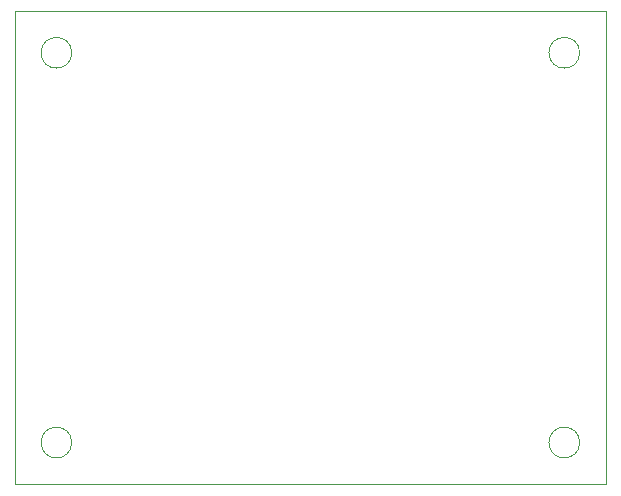
<source format=gbr>
%TF.GenerationSoftware,KiCad,Pcbnew,8.0.5*%
%TF.CreationDate,2024-10-07T08:20:56+01:00*%
%TF.ProjectId,GPS Rx PPS,47505320-5278-4205-9050-532e6b696361,0.1*%
%TF.SameCoordinates,Original*%
%TF.FileFunction,Profile,NP*%
%FSLAX46Y46*%
G04 Gerber Fmt 4.6, Leading zero omitted, Abs format (unit mm)*
G04 Created by KiCad (PCBNEW 8.0.5) date 2024-10-07 08:20:56*
%MOMM*%
%LPD*%
G01*
G04 APERTURE LIST*
%TA.AperFunction,Profile*%
%ADD10C,0.050000*%
%TD*%
G04 APERTURE END LIST*
D10*
X120000000Y-80000000D02*
X170000000Y-80000000D01*
X170000000Y-120000000D01*
X120000000Y-120000000D01*
X120000000Y-80000000D01*
X167800000Y-116500000D02*
G75*
G02*
X165200000Y-116500000I-1300000J0D01*
G01*
X165200000Y-116500000D02*
G75*
G02*
X167800000Y-116500000I1300000J0D01*
G01*
X124800000Y-116500000D02*
G75*
G02*
X122200000Y-116500000I-1300000J0D01*
G01*
X122200000Y-116500000D02*
G75*
G02*
X124800000Y-116500000I1300000J0D01*
G01*
X167800000Y-83500000D02*
G75*
G02*
X165200000Y-83500000I-1300000J0D01*
G01*
X165200000Y-83500000D02*
G75*
G02*
X167800000Y-83500000I1300000J0D01*
G01*
X124800000Y-83500000D02*
G75*
G02*
X122200000Y-83500000I-1300000J0D01*
G01*
X122200000Y-83500000D02*
G75*
G02*
X124800000Y-83500000I1300000J0D01*
G01*
M02*

</source>
